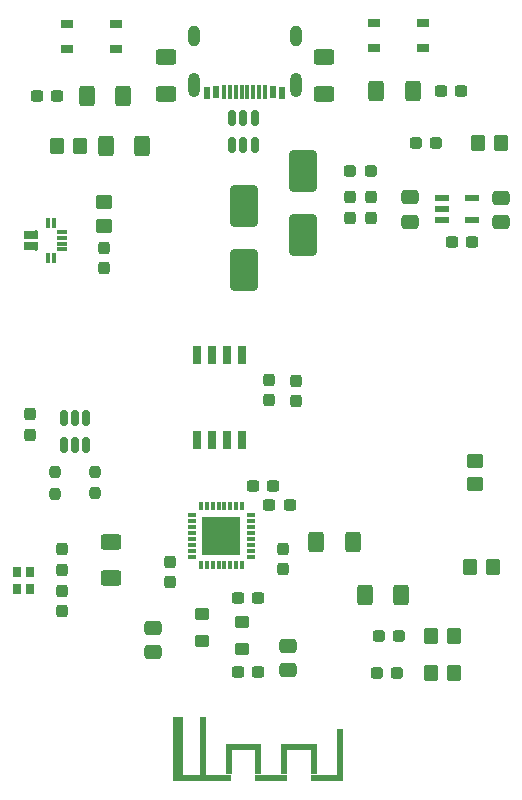
<source format=gbr>
%TF.GenerationSoftware,KiCad,Pcbnew,7.0.6*%
%TF.CreationDate,2023-08-15T21:41:43+12:00*%
%TF.ProjectId,esp32c3-ev-board,65737033-3263-4332-9d65-762d626f6172,rev?*%
%TF.SameCoordinates,Original*%
%TF.FileFunction,Paste,Top*%
%TF.FilePolarity,Positive*%
%FSLAX46Y46*%
G04 Gerber Fmt 4.6, Leading zero omitted, Abs format (unit mm)*
G04 Created by KiCad (PCBNEW 7.0.6) date 2023-08-15 21:41:43*
%MOMM*%
%LPD*%
G01*
G04 APERTURE LIST*
G04 Aperture macros list*
%AMRoundRect*
0 Rectangle with rounded corners*
0 $1 Rounding radius*
0 $2 $3 $4 $5 $6 $7 $8 $9 X,Y pos of 4 corners*
0 Add a 4 corners polygon primitive as box body*
4,1,4,$2,$3,$4,$5,$6,$7,$8,$9,$2,$3,0*
0 Add four circle primitives for the rounded corners*
1,1,$1+$1,$2,$3*
1,1,$1+$1,$4,$5*
1,1,$1+$1,$6,$7*
1,1,$1+$1,$8,$9*
0 Add four rect primitives between the rounded corners*
20,1,$1+$1,$2,$3,$4,$5,0*
20,1,$1+$1,$4,$5,$6,$7,0*
20,1,$1+$1,$6,$7,$8,$9,0*
20,1,$1+$1,$8,$9,$2,$3,0*%
%AMRotRect*
0 Rectangle, with rotation*
0 The origin of the aperture is its center*
0 $1 length*
0 $2 width*
0 $3 Rotation angle, in degrees counterclockwise*
0 Add horizontal line*
21,1,$1,$2,0,0,$3*%
G04 Aperture macros list end*
%ADD10O,1.000000X1.800000*%
%ADD11O,1.000000X2.100000*%
%ADD12R,0.600000X1.005000*%
%ADD13R,0.600000X1.055000*%
%ADD14R,0.300000X1.150000*%
%ADD15RoundRect,0.237500X-0.237500X0.300000X-0.237500X-0.300000X0.237500X-0.300000X0.237500X0.300000X0*%
%ADD16RoundRect,0.250000X0.400000X0.625000X-0.400000X0.625000X-0.400000X-0.625000X0.400000X-0.625000X0*%
%ADD17RoundRect,0.150000X0.150000X-0.512500X0.150000X0.512500X-0.150000X0.512500X-0.150000X-0.512500X0*%
%ADD18RoundRect,0.237500X0.237500X-0.300000X0.237500X0.300000X-0.237500X0.300000X-0.237500X-0.300000X0*%
%ADD19R,0.300000X0.800000*%
%ADD20R,0.800000X0.300000*%
%ADD21R,3.200000X3.200000*%
%ADD22RoundRect,0.250000X-0.900000X1.500000X-0.900000X-1.500000X0.900000X-1.500000X0.900000X1.500000X0*%
%ADD23RoundRect,0.250000X-0.475000X0.337500X-0.475000X-0.337500X0.475000X-0.337500X0.475000X0.337500X0*%
%ADD24RoundRect,0.250000X-0.450000X0.350000X-0.450000X-0.350000X0.450000X-0.350000X0.450000X0.350000X0*%
%ADD25RoundRect,0.237500X-0.300000X-0.237500X0.300000X-0.237500X0.300000X0.237500X-0.300000X0.237500X0*%
%ADD26RoundRect,0.237500X0.300000X0.237500X-0.300000X0.237500X-0.300000X-0.237500X0.300000X-0.237500X0*%
%ADD27RoundRect,0.250000X-0.400000X-0.625000X0.400000X-0.625000X0.400000X0.625000X-0.400000X0.625000X0*%
%ADD28RoundRect,0.237500X-0.287500X-0.237500X0.287500X-0.237500X0.287500X0.237500X-0.287500X0.237500X0*%
%ADD29RoundRect,0.250000X0.450000X-0.350000X0.450000X0.350000X-0.450000X0.350000X-0.450000X-0.350000X0*%
%ADD30RoundRect,0.250000X-0.625000X0.400000X-0.625000X-0.400000X0.625000X-0.400000X0.625000X0.400000X0*%
%ADD31RoundRect,0.237500X0.287500X0.237500X-0.287500X0.237500X-0.287500X-0.237500X0.287500X-0.237500X0*%
%ADD32RoundRect,0.250000X0.350000X0.450000X-0.350000X0.450000X-0.350000X-0.450000X0.350000X-0.450000X0*%
%ADD33RoundRect,0.237500X-0.237500X0.250000X-0.237500X-0.250000X0.237500X-0.250000X0.237500X0.250000X0*%
%ADD34R,1.050000X0.650000*%
%ADD35RoundRect,0.250000X-0.350000X-0.450000X0.350000X-0.450000X0.350000X0.450000X-0.350000X0.450000X0*%
%ADD36RoundRect,0.250000X0.625000X-0.400000X0.625000X0.400000X-0.625000X0.400000X-0.625000X-0.400000X0*%
%ADD37R,1.150000X0.600000*%
%ADD38R,0.500000X3.940000*%
%ADD39R,2.700000X0.500000*%
%ADD40R,0.500000X2.640000*%
%ADD41R,2.000000X0.500000*%
%ADD42R,0.500000X4.900000*%
%ADD43R,5.000000X0.500000*%
%ADD44R,0.900000X4.900000*%
%ADD45R,1.070000X0.800000*%
%ADD46RotRect,0.282800X0.282800X45.000000*%
%ADD47R,0.200000X0.600000*%
%ADD48R,0.300000X0.850000*%
%ADD49R,0.850000X0.300000*%
%ADD50R,0.650000X1.650000*%
%ADD51RoundRect,0.250000X0.900000X-1.500000X0.900000X1.500000X-0.900000X1.500000X-0.900000X-1.500000X0*%
%ADD52RoundRect,0.250000X0.475000X-0.337500X0.475000X0.337500X-0.475000X0.337500X-0.475000X-0.337500X0*%
%ADD53R,0.800000X0.900000*%
%ADD54RoundRect,0.250000X0.350000X-0.275000X0.350000X0.275000X-0.350000X0.275000X-0.350000X-0.275000X0*%
%ADD55RoundRect,0.250000X-0.350000X0.275000X-0.350000X-0.275000X0.350000X-0.275000X0.350000X0.275000X0*%
G04 APERTURE END LIST*
D10*
%TO.C,J5*%
X128830000Y-60045000D03*
D11*
X128830000Y-64225000D03*
D10*
X137470000Y-60045000D03*
D11*
X137470000Y-64225000D03*
D12*
X136350000Y-64872500D03*
D13*
X135550000Y-64847500D03*
D14*
X134900000Y-64800000D03*
X133900000Y-64800000D03*
X132400000Y-64800000D03*
X131400000Y-64800000D03*
D13*
X130750000Y-64847500D03*
D12*
X129950000Y-64872500D03*
X129950000Y-64872500D03*
D13*
X130750000Y-64847500D03*
D14*
X131900000Y-64800000D03*
X132900000Y-64800000D03*
X133400000Y-64800000D03*
X134400000Y-64800000D03*
D13*
X135550000Y-64847500D03*
D12*
X136350000Y-64872500D03*
%TD*%
D15*
%TO.C,C2*%
X142075000Y-73750000D03*
X142075000Y-75475000D03*
%TD*%
D16*
%TO.C,R5*%
X122900000Y-65200000D03*
X119800000Y-65200000D03*
%TD*%
D15*
%TO.C,C22*%
X117700000Y-103525000D03*
X117700000Y-105250000D03*
%TD*%
D17*
%TO.C,U1*%
X132100000Y-69325000D03*
X133050000Y-69325000D03*
X134000000Y-69325000D03*
X134000000Y-67050000D03*
X133050000Y-67050000D03*
X132100000Y-67050000D03*
%TD*%
D18*
%TO.C,C20*%
X135200000Y-90925000D03*
X135200000Y-89200000D03*
%TD*%
D19*
%TO.C,IC3*%
X129450000Y-104900000D03*
X129950000Y-104900000D03*
X130450000Y-104900000D03*
X130950000Y-104900000D03*
X131450000Y-104900000D03*
X131950000Y-104900000D03*
X132450000Y-104900000D03*
X132950000Y-104900000D03*
D20*
X133700000Y-104150000D03*
X133700000Y-103650000D03*
X133700000Y-103150000D03*
X133700000Y-102650000D03*
X133700000Y-102150000D03*
X133700000Y-101650000D03*
X133700000Y-101150000D03*
X133700000Y-100650000D03*
D19*
X132950000Y-99900000D03*
X132450000Y-99900000D03*
X131950000Y-99900000D03*
X131450000Y-99900000D03*
X130950000Y-99900000D03*
X130450000Y-99900000D03*
X129950000Y-99900000D03*
X129450000Y-99900000D03*
D20*
X128700000Y-100650000D03*
X128700000Y-101150000D03*
X128700000Y-101650000D03*
X128700000Y-102150000D03*
X128700000Y-102650000D03*
X128700000Y-103150000D03*
X128700000Y-103650000D03*
X128700000Y-104150000D03*
D21*
X131200000Y-102400000D03*
%TD*%
D22*
%TO.C,D4*%
X138100000Y-71500000D03*
X138100000Y-76900000D03*
%TD*%
D23*
%TO.C,C4*%
X147125000Y-73737500D03*
X147125000Y-75812500D03*
%TD*%
D24*
%TO.C,R16*%
X152700000Y-96050000D03*
X152700000Y-98050000D03*
%TD*%
D25*
%TO.C,C7*%
X135251233Y-99806233D03*
X136976233Y-99806233D03*
%TD*%
D26*
%TO.C,C5*%
X152400000Y-77500000D03*
X150675000Y-77500000D03*
%TD*%
D27*
%TO.C,R3*%
X121400000Y-69350000D03*
X124500000Y-69350000D03*
%TD*%
%TO.C,R8*%
X139200000Y-102900000D03*
X142300000Y-102900000D03*
%TD*%
D28*
%TO.C,L1*%
X142075000Y-71500000D03*
X143825000Y-71500000D03*
%TD*%
D29*
%TO.C,R1*%
X121285000Y-76150000D03*
X121285000Y-74150000D03*
%TD*%
D30*
%TO.C,R14*%
X139860000Y-61875000D03*
X139860000Y-64975000D03*
%TD*%
D25*
%TO.C,C12*%
X132575000Y-107625000D03*
X134300000Y-107625000D03*
%TD*%
D31*
%TO.C,B*%
X146075000Y-114000000D03*
X144325000Y-114000000D03*
%TD*%
D32*
%TO.C,R9*%
X148900000Y-114000000D03*
X150900000Y-114000000D03*
%TD*%
D33*
%TO.C,R11*%
X117100000Y-96990000D03*
X117100000Y-98815000D03*
%TD*%
D34*
%TO.C,B*%
X144150000Y-58950000D03*
X148300000Y-58950000D03*
X144150000Y-61100000D03*
X148300000Y-61100000D03*
%TD*%
D27*
%TO.C,R7*%
X143331000Y-107400000D03*
X146431000Y-107400000D03*
%TD*%
D25*
%TO.C,C11*%
X133863733Y-98206233D03*
X135588733Y-98206233D03*
%TD*%
D28*
%TO.C,D1*%
X147650000Y-69100000D03*
X149400000Y-69100000D03*
%TD*%
D35*
%TO.C,R15*%
X152900000Y-69100000D03*
X154900000Y-69100000D03*
%TD*%
D34*
%TO.C,R*%
X118150000Y-59050000D03*
X122300000Y-59050000D03*
X118150000Y-61200000D03*
X122300000Y-61200000D03*
%TD*%
D36*
%TO.C,R13*%
X126460000Y-64975000D03*
X126460000Y-61875000D03*
%TD*%
D35*
%TO.C,R2*%
X117250000Y-69350000D03*
X119250000Y-69350000D03*
%TD*%
D15*
%TO.C,C3*%
X143825000Y-73750000D03*
X143825000Y-75475000D03*
%TD*%
D18*
%TO.C,C1*%
X121285000Y-79762500D03*
X121285000Y-78037500D03*
%TD*%
D27*
%TO.C,R4*%
X144281250Y-64706250D03*
X147381250Y-64706250D03*
%TD*%
D37*
%TO.C,Reg*%
X149875000Y-73787500D03*
X149875000Y-74737500D03*
X149875000Y-75687500D03*
X152375000Y-75687500D03*
X152375000Y-73787500D03*
%TD*%
D38*
%TO.C,ANT1*%
X141200000Y-120680000D03*
D39*
X140100000Y-122900000D03*
D40*
X139000000Y-121330000D03*
D41*
X137750000Y-120260000D03*
D40*
X136500000Y-121330000D03*
D39*
X135400000Y-122900000D03*
D40*
X134300000Y-121330000D03*
D41*
X133050000Y-120260000D03*
D40*
X131800000Y-121330000D03*
D42*
X129600000Y-120200000D03*
D43*
X129550000Y-122900000D03*
D44*
X127500000Y-120200000D03*
%TD*%
D45*
%TO.C,IC2*%
X114965000Y-76900000D03*
D46*
X115500000Y-76700000D03*
D47*
X115600000Y-77000000D03*
D45*
X114965000Y-77900000D03*
D46*
X115500000Y-78100000D03*
D47*
X115600000Y-77800000D03*
D48*
X116515000Y-78850000D03*
X117015000Y-78850000D03*
D49*
X117715000Y-78150000D03*
X117715000Y-77650000D03*
X117715000Y-77150000D03*
X117715000Y-76650000D03*
D48*
X117015000Y-75950000D03*
X116515000Y-75950000D03*
%TD*%
D15*
%TO.C,C23*%
X115000000Y-92100000D03*
X115000000Y-93825000D03*
%TD*%
D50*
%TO.C,Flash*%
X132905000Y-87100000D03*
X131635000Y-87100000D03*
X130365000Y-87100000D03*
X129095000Y-87100000D03*
X129095000Y-94300000D03*
X130365000Y-94300000D03*
X131635000Y-94300000D03*
X132905000Y-94300000D03*
%TD*%
D51*
%TO.C,D5*%
X133100000Y-79900000D03*
X133100000Y-74500000D03*
%TD*%
D52*
%TO.C,C14*%
X136800000Y-113775000D03*
X136800000Y-111700000D03*
%TD*%
D30*
%TO.C,R12*%
X121826233Y-102906233D03*
X121826233Y-106006233D03*
%TD*%
D33*
%TO.C,R10*%
X120500000Y-96977500D03*
X120500000Y-98802500D03*
%TD*%
D23*
%TO.C,C8*%
X125400000Y-110162500D03*
X125400000Y-112237500D03*
%TD*%
D53*
%TO.C,Y1*%
X115000000Y-106900000D03*
X115000000Y-105500000D03*
X113900000Y-105500000D03*
X113900000Y-106900000D03*
%TD*%
D54*
%TO.C,L3*%
X129575000Y-111325000D03*
X129575000Y-109025000D03*
%TD*%
D55*
%TO.C,L2*%
X132900000Y-109700000D03*
X132900000Y-112000000D03*
%TD*%
D15*
%TO.C,C10*%
X126826233Y-104606233D03*
X126826233Y-106331233D03*
%TD*%
D25*
%TO.C,C13*%
X132600000Y-113950000D03*
X134325000Y-113950000D03*
%TD*%
D18*
%TO.C,C19*%
X137500000Y-91000000D03*
X137500000Y-89275000D03*
%TD*%
D32*
%TO.C,R6*%
X150900000Y-110900000D03*
X148900000Y-110900000D03*
%TD*%
D25*
%TO.C,C17*%
X149768750Y-64706250D03*
X151493750Y-64706250D03*
%TD*%
D26*
%TO.C,C18*%
X117300000Y-65200000D03*
X115575000Y-65200000D03*
%TD*%
D31*
%TO.C,A*%
X146250000Y-110900000D03*
X144500000Y-110900000D03*
%TD*%
D32*
%TO.C,R17*%
X154200000Y-105029000D03*
X152200000Y-105029000D03*
%TD*%
D17*
%TO.C,U2*%
X117850000Y-94727500D03*
X118800000Y-94727500D03*
X119750000Y-94727500D03*
X119750000Y-92452500D03*
X118800000Y-92452500D03*
X117850000Y-92452500D03*
%TD*%
D15*
%TO.C,C9*%
X136426233Y-103506233D03*
X136426233Y-105231233D03*
%TD*%
D18*
%TO.C,C21*%
X117700000Y-108775000D03*
X117700000Y-107050000D03*
%TD*%
D23*
%TO.C,C6*%
X154875000Y-73787500D03*
X154875000Y-75862500D03*
%TD*%
M02*

</source>
